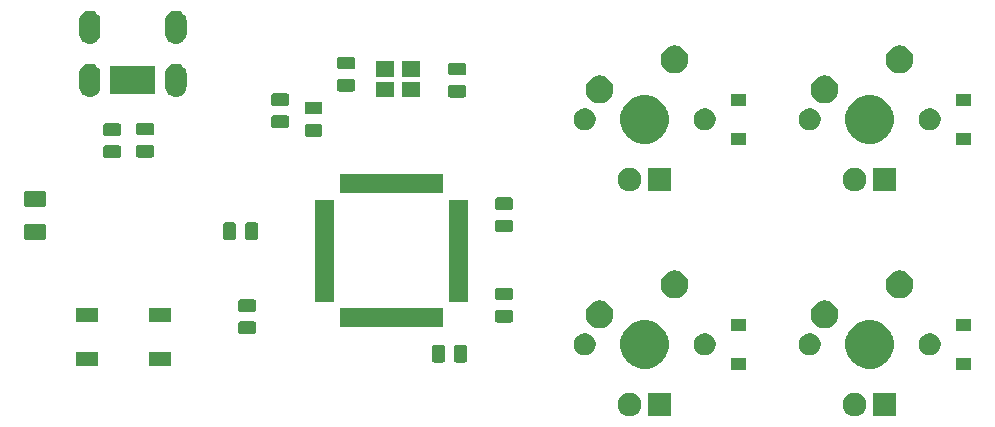
<source format=gbs>
G04 #@! TF.GenerationSoftware,KiCad,Pcbnew,(5.1.4)-1*
G04 #@! TF.CreationDate,2024-07-18T00:41:49-04:00*
G04 #@! TF.ProjectId,ai03-pcb-guide,61693033-2d70-4636-922d-67756964652e,rev?*
G04 #@! TF.SameCoordinates,Original*
G04 #@! TF.FileFunction,Soldermask,Bot*
G04 #@! TF.FilePolarity,Negative*
%FSLAX46Y46*%
G04 Gerber Fmt 4.6, Leading zero omitted, Abs format (unit mm)*
G04 Created by KiCad (PCBNEW (5.1.4)-1) date 2024-07-18 00:41:49*
%MOMM*%
%LPD*%
G04 APERTURE LIST*
%ADD10C,0.100000*%
G04 APERTURE END LIST*
D10*
G36*
X107048500Y-58471000D02*
G01*
X105041500Y-58471000D01*
X105041500Y-56464000D01*
X107048500Y-56464000D01*
X107048500Y-58471000D01*
X107048500Y-58471000D01*
G37*
G36*
X122681425Y-56469488D02*
G01*
X122847710Y-56502563D01*
X123030336Y-56578209D01*
X123194694Y-56688030D01*
X123334470Y-56827806D01*
X123444291Y-56992164D01*
X123519937Y-57174790D01*
X123558500Y-57368664D01*
X123558500Y-57566336D01*
X123519937Y-57760210D01*
X123444291Y-57942836D01*
X123334470Y-58107194D01*
X123194694Y-58246970D01*
X123030336Y-58356791D01*
X122847710Y-58432437D01*
X122681425Y-58465512D01*
X122653837Y-58471000D01*
X122456163Y-58471000D01*
X122428575Y-58465512D01*
X122262290Y-58432437D01*
X122079664Y-58356791D01*
X121915306Y-58246970D01*
X121775530Y-58107194D01*
X121665709Y-57942836D01*
X121590063Y-57760210D01*
X121551500Y-57566336D01*
X121551500Y-57368664D01*
X121590063Y-57174790D01*
X121665709Y-56992164D01*
X121775530Y-56827806D01*
X121915306Y-56688030D01*
X122079664Y-56578209D01*
X122262290Y-56502563D01*
X122428575Y-56469488D01*
X122456163Y-56464000D01*
X122653837Y-56464000D01*
X122681425Y-56469488D01*
X122681425Y-56469488D01*
G37*
G36*
X126098500Y-58471000D02*
G01*
X124091500Y-58471000D01*
X124091500Y-56464000D01*
X126098500Y-56464000D01*
X126098500Y-58471000D01*
X126098500Y-58471000D01*
G37*
G36*
X103631425Y-56469488D02*
G01*
X103797710Y-56502563D01*
X103980336Y-56578209D01*
X104144694Y-56688030D01*
X104284470Y-56827806D01*
X104394291Y-56992164D01*
X104469937Y-57174790D01*
X104508500Y-57368664D01*
X104508500Y-57566336D01*
X104469937Y-57760210D01*
X104394291Y-57942836D01*
X104284470Y-58107194D01*
X104144694Y-58246970D01*
X103980336Y-58356791D01*
X103797710Y-58432437D01*
X103631425Y-58465512D01*
X103603837Y-58471000D01*
X103406163Y-58471000D01*
X103378575Y-58465512D01*
X103212290Y-58432437D01*
X103029664Y-58356791D01*
X102865306Y-58246970D01*
X102725530Y-58107194D01*
X102615709Y-57942836D01*
X102540063Y-57760210D01*
X102501500Y-57566336D01*
X102501500Y-57368664D01*
X102540063Y-57174790D01*
X102615709Y-56992164D01*
X102725530Y-56827806D01*
X102865306Y-56688030D01*
X103029664Y-56578209D01*
X103212290Y-56502563D01*
X103378575Y-56469488D01*
X103406163Y-56464000D01*
X103603837Y-56464000D01*
X103631425Y-56469488D01*
X103631425Y-56469488D01*
G37*
G36*
X132413500Y-54538500D02*
G01*
X131111500Y-54538500D01*
X131111500Y-53536500D01*
X132413500Y-53536500D01*
X132413500Y-54538500D01*
X132413500Y-54538500D01*
G37*
G36*
X113363500Y-54538500D02*
G01*
X112061500Y-54538500D01*
X112061500Y-53536500D01*
X113363500Y-53536500D01*
X113363500Y-54538500D01*
X113363500Y-54538500D01*
G37*
G36*
X124421474Y-50421184D02*
G01*
X124634456Y-50509404D01*
X124793623Y-50575333D01*
X125128548Y-50799123D01*
X125413377Y-51083952D01*
X125637167Y-51418877D01*
X125669562Y-51497086D01*
X125791316Y-51791026D01*
X125869900Y-52186094D01*
X125869900Y-52588906D01*
X125791316Y-52983974D01*
X125740451Y-53106772D01*
X125637167Y-53356123D01*
X125413377Y-53691048D01*
X125128548Y-53975877D01*
X124793623Y-54199667D01*
X124763848Y-54212000D01*
X124421474Y-54353816D01*
X124026406Y-54432400D01*
X123623594Y-54432400D01*
X123228526Y-54353816D01*
X122886152Y-54212000D01*
X122856377Y-54199667D01*
X122521452Y-53975877D01*
X122236623Y-53691048D01*
X122012833Y-53356123D01*
X121909549Y-53106772D01*
X121858684Y-52983974D01*
X121780100Y-52588906D01*
X121780100Y-52186094D01*
X121858684Y-51791026D01*
X121980438Y-51497086D01*
X122012833Y-51418877D01*
X122236623Y-51083952D01*
X122521452Y-50799123D01*
X122856377Y-50575333D01*
X123015544Y-50509404D01*
X123228526Y-50421184D01*
X123623594Y-50342600D01*
X124026406Y-50342600D01*
X124421474Y-50421184D01*
X124421474Y-50421184D01*
G37*
G36*
X105371474Y-50421184D02*
G01*
X105584456Y-50509404D01*
X105743623Y-50575333D01*
X106078548Y-50799123D01*
X106363377Y-51083952D01*
X106587167Y-51418877D01*
X106619562Y-51497086D01*
X106741316Y-51791026D01*
X106819900Y-52186094D01*
X106819900Y-52588906D01*
X106741316Y-52983974D01*
X106690451Y-53106772D01*
X106587167Y-53356123D01*
X106363377Y-53691048D01*
X106078548Y-53975877D01*
X105743623Y-54199667D01*
X105713848Y-54212000D01*
X105371474Y-54353816D01*
X104976406Y-54432400D01*
X104573594Y-54432400D01*
X104178526Y-54353816D01*
X103836152Y-54212000D01*
X103806377Y-54199667D01*
X103471452Y-53975877D01*
X103186623Y-53691048D01*
X102962833Y-53356123D01*
X102859549Y-53106772D01*
X102808684Y-52983974D01*
X102730100Y-52588906D01*
X102730100Y-52186094D01*
X102808684Y-51791026D01*
X102930438Y-51497086D01*
X102962833Y-51418877D01*
X103186623Y-51083952D01*
X103471452Y-50799123D01*
X103806377Y-50575333D01*
X103965544Y-50509404D01*
X104178526Y-50421184D01*
X104573594Y-50342600D01*
X104976406Y-50342600D01*
X105371474Y-50421184D01*
X105371474Y-50421184D01*
G37*
G36*
X58505000Y-54212000D02*
G01*
X56603000Y-54212000D01*
X56603000Y-53010000D01*
X58505000Y-53010000D01*
X58505000Y-54212000D01*
X58505000Y-54212000D01*
G37*
G36*
X64705000Y-54212000D02*
G01*
X62803000Y-54212000D01*
X62803000Y-53010000D01*
X64705000Y-53010000D01*
X64705000Y-54212000D01*
X64705000Y-54212000D01*
G37*
G36*
X89559468Y-52434815D02*
G01*
X89598138Y-52446546D01*
X89633777Y-52465596D01*
X89665017Y-52491233D01*
X89690654Y-52522473D01*
X89709704Y-52558112D01*
X89721435Y-52596782D01*
X89726000Y-52643138D01*
X89726000Y-53719362D01*
X89721435Y-53765718D01*
X89709704Y-53804388D01*
X89690654Y-53840027D01*
X89665017Y-53871267D01*
X89633777Y-53896904D01*
X89598138Y-53915954D01*
X89559468Y-53927685D01*
X89513112Y-53932250D01*
X88861888Y-53932250D01*
X88815532Y-53927685D01*
X88776862Y-53915954D01*
X88741223Y-53896904D01*
X88709983Y-53871267D01*
X88684346Y-53840027D01*
X88665296Y-53804388D01*
X88653565Y-53765718D01*
X88649000Y-53719362D01*
X88649000Y-52643138D01*
X88653565Y-52596782D01*
X88665296Y-52558112D01*
X88684346Y-52522473D01*
X88709983Y-52491233D01*
X88741223Y-52465596D01*
X88776862Y-52446546D01*
X88815532Y-52434815D01*
X88861888Y-52430250D01*
X89513112Y-52430250D01*
X89559468Y-52434815D01*
X89559468Y-52434815D01*
G37*
G36*
X87684468Y-52434815D02*
G01*
X87723138Y-52446546D01*
X87758777Y-52465596D01*
X87790017Y-52491233D01*
X87815654Y-52522473D01*
X87834704Y-52558112D01*
X87846435Y-52596782D01*
X87851000Y-52643138D01*
X87851000Y-53719362D01*
X87846435Y-53765718D01*
X87834704Y-53804388D01*
X87815654Y-53840027D01*
X87790017Y-53871267D01*
X87758777Y-53896904D01*
X87723138Y-53915954D01*
X87684468Y-53927685D01*
X87638112Y-53932250D01*
X86986888Y-53932250D01*
X86940532Y-53927685D01*
X86901862Y-53915954D01*
X86866223Y-53896904D01*
X86834983Y-53871267D01*
X86809346Y-53840027D01*
X86790296Y-53804388D01*
X86778565Y-53765718D01*
X86774000Y-53719362D01*
X86774000Y-52643138D01*
X86778565Y-52596782D01*
X86790296Y-52558112D01*
X86809346Y-52522473D01*
X86834983Y-52491233D01*
X86866223Y-52465596D01*
X86901862Y-52446546D01*
X86940532Y-52434815D01*
X86986888Y-52430250D01*
X87638112Y-52430250D01*
X87684468Y-52434815D01*
X87684468Y-52434815D01*
G37*
G36*
X129175104Y-51497085D02*
G01*
X129343626Y-51566889D01*
X129495291Y-51668228D01*
X129624272Y-51797209D01*
X129725611Y-51948874D01*
X129795415Y-52117396D01*
X129831000Y-52296297D01*
X129831000Y-52478703D01*
X129795415Y-52657604D01*
X129725611Y-52826126D01*
X129624272Y-52977791D01*
X129495291Y-53106772D01*
X129343626Y-53208111D01*
X129175104Y-53277915D01*
X128996203Y-53313500D01*
X128813797Y-53313500D01*
X128634896Y-53277915D01*
X128466374Y-53208111D01*
X128314709Y-53106772D01*
X128185728Y-52977791D01*
X128084389Y-52826126D01*
X128014585Y-52657604D01*
X127979000Y-52478703D01*
X127979000Y-52296297D01*
X128014585Y-52117396D01*
X128084389Y-51948874D01*
X128185728Y-51797209D01*
X128314709Y-51668228D01*
X128466374Y-51566889D01*
X128634896Y-51497085D01*
X128813797Y-51461500D01*
X128996203Y-51461500D01*
X129175104Y-51497085D01*
X129175104Y-51497085D01*
G37*
G36*
X119015104Y-51497085D02*
G01*
X119183626Y-51566889D01*
X119335291Y-51668228D01*
X119464272Y-51797209D01*
X119565611Y-51948874D01*
X119635415Y-52117396D01*
X119671000Y-52296297D01*
X119671000Y-52478703D01*
X119635415Y-52657604D01*
X119565611Y-52826126D01*
X119464272Y-52977791D01*
X119335291Y-53106772D01*
X119183626Y-53208111D01*
X119015104Y-53277915D01*
X118836203Y-53313500D01*
X118653797Y-53313500D01*
X118474896Y-53277915D01*
X118306374Y-53208111D01*
X118154709Y-53106772D01*
X118025728Y-52977791D01*
X117924389Y-52826126D01*
X117854585Y-52657604D01*
X117819000Y-52478703D01*
X117819000Y-52296297D01*
X117854585Y-52117396D01*
X117924389Y-51948874D01*
X118025728Y-51797209D01*
X118154709Y-51668228D01*
X118306374Y-51566889D01*
X118474896Y-51497085D01*
X118653797Y-51461500D01*
X118836203Y-51461500D01*
X119015104Y-51497085D01*
X119015104Y-51497085D01*
G37*
G36*
X110125104Y-51497085D02*
G01*
X110293626Y-51566889D01*
X110445291Y-51668228D01*
X110574272Y-51797209D01*
X110675611Y-51948874D01*
X110745415Y-52117396D01*
X110781000Y-52296297D01*
X110781000Y-52478703D01*
X110745415Y-52657604D01*
X110675611Y-52826126D01*
X110574272Y-52977791D01*
X110445291Y-53106772D01*
X110293626Y-53208111D01*
X110125104Y-53277915D01*
X109946203Y-53313500D01*
X109763797Y-53313500D01*
X109584896Y-53277915D01*
X109416374Y-53208111D01*
X109264709Y-53106772D01*
X109135728Y-52977791D01*
X109034389Y-52826126D01*
X108964585Y-52657604D01*
X108929000Y-52478703D01*
X108929000Y-52296297D01*
X108964585Y-52117396D01*
X109034389Y-51948874D01*
X109135728Y-51797209D01*
X109264709Y-51668228D01*
X109416374Y-51566889D01*
X109584896Y-51497085D01*
X109763797Y-51461500D01*
X109946203Y-51461500D01*
X110125104Y-51497085D01*
X110125104Y-51497085D01*
G37*
G36*
X99965104Y-51497085D02*
G01*
X100133626Y-51566889D01*
X100285291Y-51668228D01*
X100414272Y-51797209D01*
X100515611Y-51948874D01*
X100585415Y-52117396D01*
X100621000Y-52296297D01*
X100621000Y-52478703D01*
X100585415Y-52657604D01*
X100515611Y-52826126D01*
X100414272Y-52977791D01*
X100285291Y-53106772D01*
X100133626Y-53208111D01*
X99965104Y-53277915D01*
X99786203Y-53313500D01*
X99603797Y-53313500D01*
X99424896Y-53277915D01*
X99256374Y-53208111D01*
X99104709Y-53106772D01*
X98975728Y-52977791D01*
X98874389Y-52826126D01*
X98804585Y-52657604D01*
X98769000Y-52478703D01*
X98769000Y-52296297D01*
X98804585Y-52117396D01*
X98874389Y-51948874D01*
X98975728Y-51797209D01*
X99104709Y-51668228D01*
X99256374Y-51566889D01*
X99424896Y-51497085D01*
X99603797Y-51461500D01*
X99786203Y-51461500D01*
X99965104Y-51497085D01*
X99965104Y-51497085D01*
G37*
G36*
X71704468Y-50441565D02*
G01*
X71743138Y-50453296D01*
X71778777Y-50472346D01*
X71810017Y-50497983D01*
X71835654Y-50529223D01*
X71854704Y-50564862D01*
X71866435Y-50603532D01*
X71871000Y-50649888D01*
X71871000Y-51301112D01*
X71866435Y-51347468D01*
X71854704Y-51386138D01*
X71835654Y-51421777D01*
X71810017Y-51453017D01*
X71778777Y-51478654D01*
X71743138Y-51497704D01*
X71704468Y-51509435D01*
X71658112Y-51514000D01*
X70581888Y-51514000D01*
X70535532Y-51509435D01*
X70496862Y-51497704D01*
X70461223Y-51478654D01*
X70429983Y-51453017D01*
X70404346Y-51421777D01*
X70385296Y-51386138D01*
X70373565Y-51347468D01*
X70369000Y-51301112D01*
X70369000Y-50649888D01*
X70373565Y-50603532D01*
X70385296Y-50564862D01*
X70404346Y-50529223D01*
X70429983Y-50497983D01*
X70461223Y-50472346D01*
X70496862Y-50453296D01*
X70535532Y-50441565D01*
X70581888Y-50437000D01*
X71658112Y-50437000D01*
X71704468Y-50441565D01*
X71704468Y-50441565D01*
G37*
G36*
X113363500Y-51238500D02*
G01*
X112061500Y-51238500D01*
X112061500Y-50236500D01*
X113363500Y-50236500D01*
X113363500Y-51238500D01*
X113363500Y-51238500D01*
G37*
G36*
X132413500Y-51238500D02*
G01*
X131111500Y-51238500D01*
X131111500Y-50236500D01*
X132413500Y-50236500D01*
X132413500Y-51238500D01*
X132413500Y-51238500D01*
G37*
G36*
X120181919Y-48681663D02*
G01*
X120358027Y-48716693D01*
X120572045Y-48805342D01*
X120572046Y-48805343D01*
X120764654Y-48934039D01*
X120928461Y-49097846D01*
X121014258Y-49226251D01*
X121057158Y-49290455D01*
X121145807Y-49504473D01*
X121191000Y-49731674D01*
X121191000Y-49963326D01*
X121145807Y-50190527D01*
X121057158Y-50404545D01*
X121021778Y-50457495D01*
X120928461Y-50597154D01*
X120764654Y-50760961D01*
X120707540Y-50799123D01*
X120572045Y-50889658D01*
X120358027Y-50978307D01*
X120206560Y-51008436D01*
X120130827Y-51023500D01*
X119899173Y-51023500D01*
X119823440Y-51008436D01*
X119671973Y-50978307D01*
X119457955Y-50889658D01*
X119322460Y-50799123D01*
X119265346Y-50760961D01*
X119101539Y-50597154D01*
X119008222Y-50457495D01*
X118972842Y-50404545D01*
X118884193Y-50190527D01*
X118839000Y-49963326D01*
X118839000Y-49731674D01*
X118884193Y-49504473D01*
X118972842Y-49290455D01*
X119015742Y-49226251D01*
X119101539Y-49097846D01*
X119265346Y-48934039D01*
X119457954Y-48805343D01*
X119457955Y-48805342D01*
X119671973Y-48716693D01*
X119848081Y-48681663D01*
X119899173Y-48671500D01*
X120130827Y-48671500D01*
X120181919Y-48681663D01*
X120181919Y-48681663D01*
G37*
G36*
X101131919Y-48681663D02*
G01*
X101308027Y-48716693D01*
X101522045Y-48805342D01*
X101522046Y-48805343D01*
X101714654Y-48934039D01*
X101878461Y-49097846D01*
X101964258Y-49226251D01*
X102007158Y-49290455D01*
X102095807Y-49504473D01*
X102141000Y-49731674D01*
X102141000Y-49963326D01*
X102095807Y-50190527D01*
X102007158Y-50404545D01*
X101971778Y-50457495D01*
X101878461Y-50597154D01*
X101714654Y-50760961D01*
X101657540Y-50799123D01*
X101522045Y-50889658D01*
X101308027Y-50978307D01*
X101156560Y-51008436D01*
X101080827Y-51023500D01*
X100849173Y-51023500D01*
X100773440Y-51008436D01*
X100621973Y-50978307D01*
X100407955Y-50889658D01*
X100272460Y-50799123D01*
X100215346Y-50760961D01*
X100051539Y-50597154D01*
X99958222Y-50457495D01*
X99922842Y-50404545D01*
X99834193Y-50190527D01*
X99789000Y-49963326D01*
X99789000Y-49731674D01*
X99834193Y-49504473D01*
X99922842Y-49290455D01*
X99965742Y-49226251D01*
X100051539Y-49097846D01*
X100215346Y-48934039D01*
X100407954Y-48805343D01*
X100407955Y-48805342D01*
X100621973Y-48716693D01*
X100798081Y-48681663D01*
X100849173Y-48671500D01*
X101080827Y-48671500D01*
X101131919Y-48681663D01*
X101131919Y-48681663D01*
G37*
G36*
X87669750Y-50951000D02*
G01*
X79017750Y-50951000D01*
X79017750Y-49349000D01*
X87669750Y-49349000D01*
X87669750Y-50951000D01*
X87669750Y-50951000D01*
G37*
G36*
X93453218Y-49472315D02*
G01*
X93491888Y-49484046D01*
X93527527Y-49503096D01*
X93558767Y-49528733D01*
X93584404Y-49559973D01*
X93603454Y-49595612D01*
X93615185Y-49634282D01*
X93619750Y-49680638D01*
X93619750Y-50331862D01*
X93615185Y-50378218D01*
X93603454Y-50416888D01*
X93584404Y-50452527D01*
X93558767Y-50483767D01*
X93527527Y-50509404D01*
X93491888Y-50528454D01*
X93453218Y-50540185D01*
X93406862Y-50544750D01*
X92330638Y-50544750D01*
X92284282Y-50540185D01*
X92245612Y-50528454D01*
X92209973Y-50509404D01*
X92178733Y-50483767D01*
X92153096Y-50452527D01*
X92134046Y-50416888D01*
X92122315Y-50378218D01*
X92117750Y-50331862D01*
X92117750Y-49680638D01*
X92122315Y-49634282D01*
X92134046Y-49595612D01*
X92153096Y-49559973D01*
X92178733Y-49528733D01*
X92209973Y-49503096D01*
X92245612Y-49484046D01*
X92284282Y-49472315D01*
X92330638Y-49467750D01*
X93406862Y-49467750D01*
X93453218Y-49472315D01*
X93453218Y-49472315D01*
G37*
G36*
X58505000Y-50512000D02*
G01*
X56603000Y-50512000D01*
X56603000Y-49310000D01*
X58505000Y-49310000D01*
X58505000Y-50512000D01*
X58505000Y-50512000D01*
G37*
G36*
X64705000Y-50512000D02*
G01*
X62803000Y-50512000D01*
X62803000Y-49310000D01*
X64705000Y-49310000D01*
X64705000Y-50512000D01*
X64705000Y-50512000D01*
G37*
G36*
X71704468Y-48566565D02*
G01*
X71743138Y-48578296D01*
X71778777Y-48597346D01*
X71810017Y-48622983D01*
X71835654Y-48654223D01*
X71854704Y-48689862D01*
X71866435Y-48728532D01*
X71871000Y-48774888D01*
X71871000Y-49426112D01*
X71866435Y-49472468D01*
X71854704Y-49511138D01*
X71835654Y-49546777D01*
X71810017Y-49578017D01*
X71778777Y-49603654D01*
X71743138Y-49622704D01*
X71704468Y-49634435D01*
X71658112Y-49639000D01*
X70581888Y-49639000D01*
X70535532Y-49634435D01*
X70496862Y-49622704D01*
X70461223Y-49603654D01*
X70429983Y-49578017D01*
X70404346Y-49546777D01*
X70385296Y-49511138D01*
X70373565Y-49472468D01*
X70369000Y-49426112D01*
X70369000Y-48774888D01*
X70373565Y-48728532D01*
X70385296Y-48689862D01*
X70404346Y-48654223D01*
X70429983Y-48622983D01*
X70461223Y-48597346D01*
X70496862Y-48578296D01*
X70535532Y-48566565D01*
X70581888Y-48562000D01*
X71658112Y-48562000D01*
X71704468Y-48566565D01*
X71704468Y-48566565D01*
G37*
G36*
X78444750Y-48776000D02*
G01*
X76842750Y-48776000D01*
X76842750Y-40124000D01*
X78444750Y-40124000D01*
X78444750Y-48776000D01*
X78444750Y-48776000D01*
G37*
G36*
X89844750Y-48776000D02*
G01*
X88242750Y-48776000D01*
X88242750Y-40124000D01*
X89844750Y-40124000D01*
X89844750Y-48776000D01*
X89844750Y-48776000D01*
G37*
G36*
X93453218Y-47597315D02*
G01*
X93491888Y-47609046D01*
X93527527Y-47628096D01*
X93558767Y-47653733D01*
X93584404Y-47684973D01*
X93603454Y-47720612D01*
X93615185Y-47759282D01*
X93619750Y-47805638D01*
X93619750Y-48456862D01*
X93615185Y-48503218D01*
X93603454Y-48541888D01*
X93584404Y-48577527D01*
X93558767Y-48608767D01*
X93527527Y-48634404D01*
X93491888Y-48653454D01*
X93453218Y-48665185D01*
X93406862Y-48669750D01*
X92330638Y-48669750D01*
X92284282Y-48665185D01*
X92245612Y-48653454D01*
X92209973Y-48634404D01*
X92178733Y-48608767D01*
X92153096Y-48577527D01*
X92134046Y-48541888D01*
X92122315Y-48503218D01*
X92117750Y-48456862D01*
X92117750Y-47805638D01*
X92122315Y-47759282D01*
X92134046Y-47720612D01*
X92153096Y-47684973D01*
X92178733Y-47653733D01*
X92209973Y-47628096D01*
X92245612Y-47609046D01*
X92284282Y-47597315D01*
X92330638Y-47592750D01*
X93406862Y-47592750D01*
X93453218Y-47597315D01*
X93453218Y-47597315D01*
G37*
G36*
X126556560Y-46146564D02*
G01*
X126708027Y-46176693D01*
X126922045Y-46265342D01*
X126922046Y-46265343D01*
X127114654Y-46394039D01*
X127278461Y-46557846D01*
X127364258Y-46686251D01*
X127407158Y-46750455D01*
X127495807Y-46964473D01*
X127541000Y-47191674D01*
X127541000Y-47423326D01*
X127495807Y-47650527D01*
X127407158Y-47864545D01*
X127407157Y-47864546D01*
X127278461Y-48057154D01*
X127114654Y-48220961D01*
X126986249Y-48306758D01*
X126922045Y-48349658D01*
X126708027Y-48438307D01*
X126556560Y-48468436D01*
X126480827Y-48483500D01*
X126249173Y-48483500D01*
X126173440Y-48468436D01*
X126021973Y-48438307D01*
X125807955Y-48349658D01*
X125743751Y-48306758D01*
X125615346Y-48220961D01*
X125451539Y-48057154D01*
X125322843Y-47864546D01*
X125322842Y-47864545D01*
X125234193Y-47650527D01*
X125189000Y-47423326D01*
X125189000Y-47191674D01*
X125234193Y-46964473D01*
X125322842Y-46750455D01*
X125365742Y-46686251D01*
X125451539Y-46557846D01*
X125615346Y-46394039D01*
X125807954Y-46265343D01*
X125807955Y-46265342D01*
X126021973Y-46176693D01*
X126173440Y-46146564D01*
X126249173Y-46131500D01*
X126480827Y-46131500D01*
X126556560Y-46146564D01*
X126556560Y-46146564D01*
G37*
G36*
X107506560Y-46146564D02*
G01*
X107658027Y-46176693D01*
X107872045Y-46265342D01*
X107872046Y-46265343D01*
X108064654Y-46394039D01*
X108228461Y-46557846D01*
X108314258Y-46686251D01*
X108357158Y-46750455D01*
X108445807Y-46964473D01*
X108491000Y-47191674D01*
X108491000Y-47423326D01*
X108445807Y-47650527D01*
X108357158Y-47864545D01*
X108357157Y-47864546D01*
X108228461Y-48057154D01*
X108064654Y-48220961D01*
X107936249Y-48306758D01*
X107872045Y-48349658D01*
X107658027Y-48438307D01*
X107506560Y-48468436D01*
X107430827Y-48483500D01*
X107199173Y-48483500D01*
X107123440Y-48468436D01*
X106971973Y-48438307D01*
X106757955Y-48349658D01*
X106693751Y-48306758D01*
X106565346Y-48220961D01*
X106401539Y-48057154D01*
X106272843Y-47864546D01*
X106272842Y-47864545D01*
X106184193Y-47650527D01*
X106139000Y-47423326D01*
X106139000Y-47191674D01*
X106184193Y-46964473D01*
X106272842Y-46750455D01*
X106315742Y-46686251D01*
X106401539Y-46557846D01*
X106565346Y-46394039D01*
X106757954Y-46265343D01*
X106757955Y-46265342D01*
X106971973Y-46176693D01*
X107123440Y-46146564D01*
X107199173Y-46131500D01*
X107430827Y-46131500D01*
X107506560Y-46146564D01*
X107506560Y-46146564D01*
G37*
G36*
X71872968Y-42052565D02*
G01*
X71911638Y-42064296D01*
X71947277Y-42083346D01*
X71978517Y-42108983D01*
X72004154Y-42140223D01*
X72023204Y-42175862D01*
X72034935Y-42214532D01*
X72039500Y-42260888D01*
X72039500Y-43337112D01*
X72034935Y-43383468D01*
X72023204Y-43422138D01*
X72004154Y-43457777D01*
X71978517Y-43489017D01*
X71947277Y-43514654D01*
X71911638Y-43533704D01*
X71872968Y-43545435D01*
X71826612Y-43550000D01*
X71175388Y-43550000D01*
X71129032Y-43545435D01*
X71090362Y-43533704D01*
X71054723Y-43514654D01*
X71023483Y-43489017D01*
X70997846Y-43457777D01*
X70978796Y-43422138D01*
X70967065Y-43383468D01*
X70962500Y-43337112D01*
X70962500Y-42260888D01*
X70967065Y-42214532D01*
X70978796Y-42175862D01*
X70997846Y-42140223D01*
X71023483Y-42108983D01*
X71054723Y-42083346D01*
X71090362Y-42064296D01*
X71129032Y-42052565D01*
X71175388Y-42048000D01*
X71826612Y-42048000D01*
X71872968Y-42052565D01*
X71872968Y-42052565D01*
G37*
G36*
X69997968Y-42052565D02*
G01*
X70036638Y-42064296D01*
X70072277Y-42083346D01*
X70103517Y-42108983D01*
X70129154Y-42140223D01*
X70148204Y-42175862D01*
X70159935Y-42214532D01*
X70164500Y-42260888D01*
X70164500Y-43337112D01*
X70159935Y-43383468D01*
X70148204Y-43422138D01*
X70129154Y-43457777D01*
X70103517Y-43489017D01*
X70072277Y-43514654D01*
X70036638Y-43533704D01*
X69997968Y-43545435D01*
X69951612Y-43550000D01*
X69300388Y-43550000D01*
X69254032Y-43545435D01*
X69215362Y-43533704D01*
X69179723Y-43514654D01*
X69148483Y-43489017D01*
X69122846Y-43457777D01*
X69103796Y-43422138D01*
X69092065Y-43383468D01*
X69087500Y-43337112D01*
X69087500Y-42260888D01*
X69092065Y-42214532D01*
X69103796Y-42175862D01*
X69122846Y-42140223D01*
X69148483Y-42108983D01*
X69179723Y-42083346D01*
X69215362Y-42064296D01*
X69254032Y-42052565D01*
X69300388Y-42048000D01*
X69951612Y-42048000D01*
X69997968Y-42052565D01*
X69997968Y-42052565D01*
G37*
G36*
X53949854Y-42190847D02*
G01*
X53986394Y-42201932D01*
X54020071Y-42219933D01*
X54049591Y-42244159D01*
X54073817Y-42273679D01*
X54091818Y-42307356D01*
X54102903Y-42343896D01*
X54107250Y-42388038D01*
X54107250Y-43336962D01*
X54102903Y-43381104D01*
X54091818Y-43417644D01*
X54073817Y-43451321D01*
X54049591Y-43480841D01*
X54020071Y-43505067D01*
X53986394Y-43523068D01*
X53949854Y-43534153D01*
X53905712Y-43538500D01*
X52456788Y-43538500D01*
X52412646Y-43534153D01*
X52376106Y-43523068D01*
X52342429Y-43505067D01*
X52312909Y-43480841D01*
X52288683Y-43451321D01*
X52270682Y-43417644D01*
X52259597Y-43381104D01*
X52255250Y-43336962D01*
X52255250Y-42388038D01*
X52259597Y-42343896D01*
X52270682Y-42307356D01*
X52288683Y-42273679D01*
X52312909Y-42244159D01*
X52342429Y-42219933D01*
X52376106Y-42201932D01*
X52412646Y-42190847D01*
X52456788Y-42186500D01*
X53905712Y-42186500D01*
X53949854Y-42190847D01*
X53949854Y-42190847D01*
G37*
G36*
X93453218Y-41822315D02*
G01*
X93491888Y-41834046D01*
X93527527Y-41853096D01*
X93558767Y-41878733D01*
X93584404Y-41909973D01*
X93603454Y-41945612D01*
X93615185Y-41984282D01*
X93619750Y-42030638D01*
X93619750Y-42681862D01*
X93615185Y-42728218D01*
X93603454Y-42766888D01*
X93584404Y-42802527D01*
X93558767Y-42833767D01*
X93527527Y-42859404D01*
X93491888Y-42878454D01*
X93453218Y-42890185D01*
X93406862Y-42894750D01*
X92330638Y-42894750D01*
X92284282Y-42890185D01*
X92245612Y-42878454D01*
X92209973Y-42859404D01*
X92178733Y-42833767D01*
X92153096Y-42802527D01*
X92134046Y-42766888D01*
X92122315Y-42728218D01*
X92117750Y-42681862D01*
X92117750Y-42030638D01*
X92122315Y-41984282D01*
X92134046Y-41945612D01*
X92153096Y-41909973D01*
X92178733Y-41878733D01*
X92209973Y-41853096D01*
X92245612Y-41834046D01*
X92284282Y-41822315D01*
X92330638Y-41817750D01*
X93406862Y-41817750D01*
X93453218Y-41822315D01*
X93453218Y-41822315D01*
G37*
G36*
X93453218Y-39947315D02*
G01*
X93491888Y-39959046D01*
X93527527Y-39978096D01*
X93558767Y-40003733D01*
X93584404Y-40034973D01*
X93603454Y-40070612D01*
X93615185Y-40109282D01*
X93619750Y-40155638D01*
X93619750Y-40806862D01*
X93615185Y-40853218D01*
X93603454Y-40891888D01*
X93584404Y-40927527D01*
X93558767Y-40958767D01*
X93527527Y-40984404D01*
X93491888Y-41003454D01*
X93453218Y-41015185D01*
X93406862Y-41019750D01*
X92330638Y-41019750D01*
X92284282Y-41015185D01*
X92245612Y-41003454D01*
X92209973Y-40984404D01*
X92178733Y-40958767D01*
X92153096Y-40927527D01*
X92134046Y-40891888D01*
X92122315Y-40853218D01*
X92117750Y-40806862D01*
X92117750Y-40155638D01*
X92122315Y-40109282D01*
X92134046Y-40070612D01*
X92153096Y-40034973D01*
X92178733Y-40003733D01*
X92209973Y-39978096D01*
X92245612Y-39959046D01*
X92284282Y-39947315D01*
X92330638Y-39942750D01*
X93406862Y-39942750D01*
X93453218Y-39947315D01*
X93453218Y-39947315D01*
G37*
G36*
X53949854Y-39390847D02*
G01*
X53986394Y-39401932D01*
X54020071Y-39419933D01*
X54049591Y-39444159D01*
X54073817Y-39473679D01*
X54091818Y-39507356D01*
X54102903Y-39543896D01*
X54107250Y-39588038D01*
X54107250Y-40536962D01*
X54102903Y-40581104D01*
X54091818Y-40617644D01*
X54073817Y-40651321D01*
X54049591Y-40680841D01*
X54020071Y-40705067D01*
X53986394Y-40723068D01*
X53949854Y-40734153D01*
X53905712Y-40738500D01*
X52456788Y-40738500D01*
X52412646Y-40734153D01*
X52376106Y-40723068D01*
X52342429Y-40705067D01*
X52312909Y-40680841D01*
X52288683Y-40651321D01*
X52270682Y-40617644D01*
X52259597Y-40581104D01*
X52255250Y-40536962D01*
X52255250Y-39588038D01*
X52259597Y-39543896D01*
X52270682Y-39507356D01*
X52288683Y-39473679D01*
X52312909Y-39444159D01*
X52342429Y-39419933D01*
X52376106Y-39401932D01*
X52412646Y-39390847D01*
X52456788Y-39386500D01*
X53905712Y-39386500D01*
X53949854Y-39390847D01*
X53949854Y-39390847D01*
G37*
G36*
X87669750Y-39551000D02*
G01*
X79017750Y-39551000D01*
X79017750Y-37949000D01*
X87669750Y-37949000D01*
X87669750Y-39551000D01*
X87669750Y-39551000D01*
G37*
G36*
X103631425Y-37419488D02*
G01*
X103797710Y-37452563D01*
X103980336Y-37528209D01*
X104144694Y-37638030D01*
X104284470Y-37777806D01*
X104394291Y-37942164D01*
X104469937Y-38124790D01*
X104508500Y-38318664D01*
X104508500Y-38516336D01*
X104469937Y-38710210D01*
X104394291Y-38892836D01*
X104284470Y-39057194D01*
X104144694Y-39196970D01*
X103980336Y-39306791D01*
X103797710Y-39382437D01*
X103631425Y-39415512D01*
X103603837Y-39421000D01*
X103406163Y-39421000D01*
X103378575Y-39415512D01*
X103212290Y-39382437D01*
X103029664Y-39306791D01*
X102865306Y-39196970D01*
X102725530Y-39057194D01*
X102615709Y-38892836D01*
X102540063Y-38710210D01*
X102501500Y-38516336D01*
X102501500Y-38318664D01*
X102540063Y-38124790D01*
X102615709Y-37942164D01*
X102725530Y-37777806D01*
X102865306Y-37638030D01*
X103029664Y-37528209D01*
X103212290Y-37452563D01*
X103378575Y-37419488D01*
X103406163Y-37414000D01*
X103603837Y-37414000D01*
X103631425Y-37419488D01*
X103631425Y-37419488D01*
G37*
G36*
X126098500Y-39421000D02*
G01*
X124091500Y-39421000D01*
X124091500Y-37414000D01*
X126098500Y-37414000D01*
X126098500Y-39421000D01*
X126098500Y-39421000D01*
G37*
G36*
X107048500Y-39421000D02*
G01*
X105041500Y-39421000D01*
X105041500Y-37414000D01*
X107048500Y-37414000D01*
X107048500Y-39421000D01*
X107048500Y-39421000D01*
G37*
G36*
X122681425Y-37419488D02*
G01*
X122847710Y-37452563D01*
X123030336Y-37528209D01*
X123194694Y-37638030D01*
X123334470Y-37777806D01*
X123444291Y-37942164D01*
X123519937Y-38124790D01*
X123558500Y-38318664D01*
X123558500Y-38516336D01*
X123519937Y-38710210D01*
X123444291Y-38892836D01*
X123334470Y-39057194D01*
X123194694Y-39196970D01*
X123030336Y-39306791D01*
X122847710Y-39382437D01*
X122681425Y-39415512D01*
X122653837Y-39421000D01*
X122456163Y-39421000D01*
X122428575Y-39415512D01*
X122262290Y-39382437D01*
X122079664Y-39306791D01*
X121915306Y-39196970D01*
X121775530Y-39057194D01*
X121665709Y-38892836D01*
X121590063Y-38710210D01*
X121551500Y-38516336D01*
X121551500Y-38318664D01*
X121590063Y-38124790D01*
X121665709Y-37942164D01*
X121775530Y-37777806D01*
X121915306Y-37638030D01*
X122079664Y-37528209D01*
X122262290Y-37452563D01*
X122428575Y-37419488D01*
X122456163Y-37414000D01*
X122653837Y-37414000D01*
X122681425Y-37419488D01*
X122681425Y-37419488D01*
G37*
G36*
X60274468Y-35534065D02*
G01*
X60313138Y-35545796D01*
X60348777Y-35564846D01*
X60380017Y-35590483D01*
X60405654Y-35621723D01*
X60424704Y-35657362D01*
X60436435Y-35696032D01*
X60441000Y-35742388D01*
X60441000Y-36393612D01*
X60436435Y-36439968D01*
X60424704Y-36478638D01*
X60405654Y-36514277D01*
X60380017Y-36545517D01*
X60348777Y-36571154D01*
X60313138Y-36590204D01*
X60274468Y-36601935D01*
X60228112Y-36606500D01*
X59151888Y-36606500D01*
X59105532Y-36601935D01*
X59066862Y-36590204D01*
X59031223Y-36571154D01*
X58999983Y-36545517D01*
X58974346Y-36514277D01*
X58955296Y-36478638D01*
X58943565Y-36439968D01*
X58939000Y-36393612D01*
X58939000Y-35742388D01*
X58943565Y-35696032D01*
X58955296Y-35657362D01*
X58974346Y-35621723D01*
X58999983Y-35590483D01*
X59031223Y-35564846D01*
X59066862Y-35545796D01*
X59105532Y-35534065D01*
X59151888Y-35529500D01*
X60228112Y-35529500D01*
X60274468Y-35534065D01*
X60274468Y-35534065D01*
G37*
G36*
X63068468Y-35504065D02*
G01*
X63107138Y-35515796D01*
X63142777Y-35534846D01*
X63174017Y-35560483D01*
X63199654Y-35591723D01*
X63218704Y-35627362D01*
X63230435Y-35666032D01*
X63235000Y-35712388D01*
X63235000Y-36363612D01*
X63230435Y-36409968D01*
X63218704Y-36448638D01*
X63199654Y-36484277D01*
X63174017Y-36515517D01*
X63142777Y-36541154D01*
X63107138Y-36560204D01*
X63068468Y-36571935D01*
X63022112Y-36576500D01*
X61945888Y-36576500D01*
X61899532Y-36571935D01*
X61860862Y-36560204D01*
X61825223Y-36541154D01*
X61793983Y-36515517D01*
X61768346Y-36484277D01*
X61749296Y-36448638D01*
X61737565Y-36409968D01*
X61733000Y-36363612D01*
X61733000Y-35712388D01*
X61737565Y-35666032D01*
X61749296Y-35627362D01*
X61768346Y-35591723D01*
X61793983Y-35560483D01*
X61825223Y-35534846D01*
X61860862Y-35515796D01*
X61899532Y-35504065D01*
X61945888Y-35499500D01*
X63022112Y-35499500D01*
X63068468Y-35504065D01*
X63068468Y-35504065D01*
G37*
G36*
X113363500Y-35488500D02*
G01*
X112061500Y-35488500D01*
X112061500Y-34486500D01*
X113363500Y-34486500D01*
X113363500Y-35488500D01*
X113363500Y-35488500D01*
G37*
G36*
X132413500Y-35488500D02*
G01*
X131111500Y-35488500D01*
X131111500Y-34486500D01*
X132413500Y-34486500D01*
X132413500Y-35488500D01*
X132413500Y-35488500D01*
G37*
G36*
X105371474Y-31371184D02*
G01*
X105588680Y-31461154D01*
X105743623Y-31525333D01*
X106078548Y-31749123D01*
X106363377Y-32033952D01*
X106587167Y-32368877D01*
X106619562Y-32447086D01*
X106741316Y-32741026D01*
X106819900Y-33136094D01*
X106819900Y-33538906D01*
X106741316Y-33933974D01*
X106686422Y-34066500D01*
X106587167Y-34306123D01*
X106363377Y-34641048D01*
X106078548Y-34925877D01*
X105743623Y-35149667D01*
X105589474Y-35213517D01*
X105371474Y-35303816D01*
X104976406Y-35382400D01*
X104573594Y-35382400D01*
X104178526Y-35303816D01*
X103960526Y-35213517D01*
X103806377Y-35149667D01*
X103471452Y-34925877D01*
X103186623Y-34641048D01*
X102962833Y-34306123D01*
X102863578Y-34066500D01*
X102808684Y-33933974D01*
X102730100Y-33538906D01*
X102730100Y-33136094D01*
X102808684Y-32741026D01*
X102930438Y-32447086D01*
X102962833Y-32368877D01*
X103186623Y-32033952D01*
X103471452Y-31749123D01*
X103806377Y-31525333D01*
X103961320Y-31461154D01*
X104178526Y-31371184D01*
X104573594Y-31292600D01*
X104976406Y-31292600D01*
X105371474Y-31371184D01*
X105371474Y-31371184D01*
G37*
G36*
X124421474Y-31371184D02*
G01*
X124638680Y-31461154D01*
X124793623Y-31525333D01*
X125128548Y-31749123D01*
X125413377Y-32033952D01*
X125637167Y-32368877D01*
X125669562Y-32447086D01*
X125791316Y-32741026D01*
X125869900Y-33136094D01*
X125869900Y-33538906D01*
X125791316Y-33933974D01*
X125736422Y-34066500D01*
X125637167Y-34306123D01*
X125413377Y-34641048D01*
X125128548Y-34925877D01*
X124793623Y-35149667D01*
X124639474Y-35213517D01*
X124421474Y-35303816D01*
X124026406Y-35382400D01*
X123623594Y-35382400D01*
X123228526Y-35303816D01*
X123010526Y-35213517D01*
X122856377Y-35149667D01*
X122521452Y-34925877D01*
X122236623Y-34641048D01*
X122012833Y-34306123D01*
X121913578Y-34066500D01*
X121858684Y-33933974D01*
X121780100Y-33538906D01*
X121780100Y-33136094D01*
X121858684Y-32741026D01*
X121980438Y-32447086D01*
X122012833Y-32368877D01*
X122236623Y-32033952D01*
X122521452Y-31749123D01*
X122856377Y-31525333D01*
X123011320Y-31461154D01*
X123228526Y-31371184D01*
X123623594Y-31292600D01*
X124026406Y-31292600D01*
X124421474Y-31371184D01*
X124421474Y-31371184D01*
G37*
G36*
X77324218Y-33726065D02*
G01*
X77362888Y-33737796D01*
X77398527Y-33756846D01*
X77429767Y-33782483D01*
X77455404Y-33813723D01*
X77474454Y-33849362D01*
X77486185Y-33888032D01*
X77490750Y-33934388D01*
X77490750Y-34585612D01*
X77486185Y-34631968D01*
X77474454Y-34670638D01*
X77455404Y-34706277D01*
X77429767Y-34737517D01*
X77398527Y-34763154D01*
X77362888Y-34782204D01*
X77324218Y-34793935D01*
X77277862Y-34798500D01*
X76201638Y-34798500D01*
X76155282Y-34793935D01*
X76116612Y-34782204D01*
X76080973Y-34763154D01*
X76049733Y-34737517D01*
X76024096Y-34706277D01*
X76005046Y-34670638D01*
X75993315Y-34631968D01*
X75988750Y-34585612D01*
X75988750Y-33934388D01*
X75993315Y-33888032D01*
X76005046Y-33849362D01*
X76024096Y-33813723D01*
X76049733Y-33782483D01*
X76080973Y-33756846D01*
X76116612Y-33737796D01*
X76155282Y-33726065D01*
X76201638Y-33721500D01*
X77277862Y-33721500D01*
X77324218Y-33726065D01*
X77324218Y-33726065D01*
G37*
G36*
X60274468Y-33659065D02*
G01*
X60313138Y-33670796D01*
X60348777Y-33689846D01*
X60380017Y-33715483D01*
X60405654Y-33746723D01*
X60424704Y-33782362D01*
X60436435Y-33821032D01*
X60441000Y-33867388D01*
X60441000Y-34518612D01*
X60436435Y-34564968D01*
X60424704Y-34603638D01*
X60405654Y-34639277D01*
X60380017Y-34670517D01*
X60348777Y-34696154D01*
X60313138Y-34715204D01*
X60274468Y-34726935D01*
X60228112Y-34731500D01*
X59151888Y-34731500D01*
X59105532Y-34726935D01*
X59066862Y-34715204D01*
X59031223Y-34696154D01*
X58999983Y-34670517D01*
X58974346Y-34639277D01*
X58955296Y-34603638D01*
X58943565Y-34564968D01*
X58939000Y-34518612D01*
X58939000Y-33867388D01*
X58943565Y-33821032D01*
X58955296Y-33782362D01*
X58974346Y-33746723D01*
X58999983Y-33715483D01*
X59031223Y-33689846D01*
X59066862Y-33670796D01*
X59105532Y-33659065D01*
X59151888Y-33654500D01*
X60228112Y-33654500D01*
X60274468Y-33659065D01*
X60274468Y-33659065D01*
G37*
G36*
X63068468Y-33629065D02*
G01*
X63107138Y-33640796D01*
X63142777Y-33659846D01*
X63174017Y-33685483D01*
X63199654Y-33716723D01*
X63218704Y-33752362D01*
X63230435Y-33791032D01*
X63235000Y-33837388D01*
X63235000Y-34488612D01*
X63230435Y-34534968D01*
X63218704Y-34573638D01*
X63199654Y-34609277D01*
X63174017Y-34640517D01*
X63142777Y-34666154D01*
X63107138Y-34685204D01*
X63068468Y-34696935D01*
X63022112Y-34701500D01*
X61945888Y-34701500D01*
X61899532Y-34696935D01*
X61860862Y-34685204D01*
X61825223Y-34666154D01*
X61793983Y-34640517D01*
X61768346Y-34609277D01*
X61749296Y-34573638D01*
X61737565Y-34534968D01*
X61733000Y-34488612D01*
X61733000Y-33837388D01*
X61737565Y-33791032D01*
X61749296Y-33752362D01*
X61768346Y-33716723D01*
X61793983Y-33685483D01*
X61825223Y-33659846D01*
X61860862Y-33640796D01*
X61899532Y-33629065D01*
X61945888Y-33624500D01*
X63022112Y-33624500D01*
X63068468Y-33629065D01*
X63068468Y-33629065D01*
G37*
G36*
X110125104Y-32447085D02*
G01*
X110293626Y-32516889D01*
X110445291Y-32618228D01*
X110574272Y-32747209D01*
X110675611Y-32898874D01*
X110745415Y-33067396D01*
X110781000Y-33246297D01*
X110781000Y-33428703D01*
X110745415Y-33607604D01*
X110675611Y-33776126D01*
X110574272Y-33927791D01*
X110445291Y-34056772D01*
X110293626Y-34158111D01*
X110125104Y-34227915D01*
X109946203Y-34263500D01*
X109763797Y-34263500D01*
X109584896Y-34227915D01*
X109416374Y-34158111D01*
X109264709Y-34056772D01*
X109135728Y-33927791D01*
X109034389Y-33776126D01*
X108964585Y-33607604D01*
X108929000Y-33428703D01*
X108929000Y-33246297D01*
X108964585Y-33067396D01*
X109034389Y-32898874D01*
X109135728Y-32747209D01*
X109264709Y-32618228D01*
X109416374Y-32516889D01*
X109584896Y-32447085D01*
X109763797Y-32411500D01*
X109946203Y-32411500D01*
X110125104Y-32447085D01*
X110125104Y-32447085D01*
G37*
G36*
X99965104Y-32447085D02*
G01*
X100133626Y-32516889D01*
X100285291Y-32618228D01*
X100414272Y-32747209D01*
X100515611Y-32898874D01*
X100585415Y-33067396D01*
X100621000Y-33246297D01*
X100621000Y-33428703D01*
X100585415Y-33607604D01*
X100515611Y-33776126D01*
X100414272Y-33927791D01*
X100285291Y-34056772D01*
X100133626Y-34158111D01*
X99965104Y-34227915D01*
X99786203Y-34263500D01*
X99603797Y-34263500D01*
X99424896Y-34227915D01*
X99256374Y-34158111D01*
X99104709Y-34056772D01*
X98975728Y-33927791D01*
X98874389Y-33776126D01*
X98804585Y-33607604D01*
X98769000Y-33428703D01*
X98769000Y-33246297D01*
X98804585Y-33067396D01*
X98874389Y-32898874D01*
X98975728Y-32747209D01*
X99104709Y-32618228D01*
X99256374Y-32516889D01*
X99424896Y-32447085D01*
X99603797Y-32411500D01*
X99786203Y-32411500D01*
X99965104Y-32447085D01*
X99965104Y-32447085D01*
G37*
G36*
X119015104Y-32447085D02*
G01*
X119183626Y-32516889D01*
X119335291Y-32618228D01*
X119464272Y-32747209D01*
X119565611Y-32898874D01*
X119635415Y-33067396D01*
X119671000Y-33246297D01*
X119671000Y-33428703D01*
X119635415Y-33607604D01*
X119565611Y-33776126D01*
X119464272Y-33927791D01*
X119335291Y-34056772D01*
X119183626Y-34158111D01*
X119015104Y-34227915D01*
X118836203Y-34263500D01*
X118653797Y-34263500D01*
X118474896Y-34227915D01*
X118306374Y-34158111D01*
X118154709Y-34056772D01*
X118025728Y-33927791D01*
X117924389Y-33776126D01*
X117854585Y-33607604D01*
X117819000Y-33428703D01*
X117819000Y-33246297D01*
X117854585Y-33067396D01*
X117924389Y-32898874D01*
X118025728Y-32747209D01*
X118154709Y-32618228D01*
X118306374Y-32516889D01*
X118474896Y-32447085D01*
X118653797Y-32411500D01*
X118836203Y-32411500D01*
X119015104Y-32447085D01*
X119015104Y-32447085D01*
G37*
G36*
X129175104Y-32447085D02*
G01*
X129343626Y-32516889D01*
X129495291Y-32618228D01*
X129624272Y-32747209D01*
X129725611Y-32898874D01*
X129795415Y-33067396D01*
X129831000Y-33246297D01*
X129831000Y-33428703D01*
X129795415Y-33607604D01*
X129725611Y-33776126D01*
X129624272Y-33927791D01*
X129495291Y-34056772D01*
X129343626Y-34158111D01*
X129175104Y-34227915D01*
X128996203Y-34263500D01*
X128813797Y-34263500D01*
X128634896Y-34227915D01*
X128466374Y-34158111D01*
X128314709Y-34056772D01*
X128185728Y-33927791D01*
X128084389Y-33776126D01*
X128014585Y-33607604D01*
X127979000Y-33428703D01*
X127979000Y-33246297D01*
X128014585Y-33067396D01*
X128084389Y-32898874D01*
X128185728Y-32747209D01*
X128314709Y-32618228D01*
X128466374Y-32516889D01*
X128634896Y-32447085D01*
X128813797Y-32411500D01*
X128996203Y-32411500D01*
X129175104Y-32447085D01*
X129175104Y-32447085D01*
G37*
G36*
X74498468Y-32994065D02*
G01*
X74537138Y-33005796D01*
X74572777Y-33024846D01*
X74604017Y-33050483D01*
X74629654Y-33081723D01*
X74648704Y-33117362D01*
X74660435Y-33156032D01*
X74665000Y-33202388D01*
X74665000Y-33853612D01*
X74660435Y-33899968D01*
X74648704Y-33938638D01*
X74629654Y-33974277D01*
X74604017Y-34005517D01*
X74572777Y-34031154D01*
X74537138Y-34050204D01*
X74498468Y-34061935D01*
X74452112Y-34066500D01*
X73375888Y-34066500D01*
X73329532Y-34061935D01*
X73290862Y-34050204D01*
X73255223Y-34031154D01*
X73223983Y-34005517D01*
X73198346Y-33974277D01*
X73179296Y-33938638D01*
X73167565Y-33899968D01*
X73163000Y-33853612D01*
X73163000Y-33202388D01*
X73167565Y-33156032D01*
X73179296Y-33117362D01*
X73198346Y-33081723D01*
X73223983Y-33050483D01*
X73255223Y-33024846D01*
X73290862Y-33005796D01*
X73329532Y-32994065D01*
X73375888Y-32989500D01*
X74452112Y-32989500D01*
X74498468Y-32994065D01*
X74498468Y-32994065D01*
G37*
G36*
X77324218Y-31851065D02*
G01*
X77362888Y-31862796D01*
X77398527Y-31881846D01*
X77429767Y-31907483D01*
X77455404Y-31938723D01*
X77474454Y-31974362D01*
X77486185Y-32013032D01*
X77490750Y-32059388D01*
X77490750Y-32710612D01*
X77486185Y-32756968D01*
X77474454Y-32795638D01*
X77455404Y-32831277D01*
X77429767Y-32862517D01*
X77398527Y-32888154D01*
X77362888Y-32907204D01*
X77324218Y-32918935D01*
X77277862Y-32923500D01*
X76201638Y-32923500D01*
X76155282Y-32918935D01*
X76116612Y-32907204D01*
X76080973Y-32888154D01*
X76049733Y-32862517D01*
X76024096Y-32831277D01*
X76005046Y-32795638D01*
X75993315Y-32756968D01*
X75988750Y-32710612D01*
X75988750Y-32059388D01*
X75993315Y-32013032D01*
X76005046Y-31974362D01*
X76024096Y-31938723D01*
X76049733Y-31907483D01*
X76080973Y-31881846D01*
X76116612Y-31862796D01*
X76155282Y-31851065D01*
X76201638Y-31846500D01*
X77277862Y-31846500D01*
X77324218Y-31851065D01*
X77324218Y-31851065D01*
G37*
G36*
X74498468Y-31119065D02*
G01*
X74537138Y-31130796D01*
X74572777Y-31149846D01*
X74604017Y-31175483D01*
X74629654Y-31206723D01*
X74648704Y-31242362D01*
X74660435Y-31281032D01*
X74665000Y-31327388D01*
X74665000Y-31978612D01*
X74660435Y-32024968D01*
X74648704Y-32063638D01*
X74629654Y-32099277D01*
X74604017Y-32130517D01*
X74572777Y-32156154D01*
X74537138Y-32175204D01*
X74498468Y-32186935D01*
X74452112Y-32191500D01*
X73375888Y-32191500D01*
X73329532Y-32186935D01*
X73290862Y-32175204D01*
X73255223Y-32156154D01*
X73223983Y-32130517D01*
X73198346Y-32099277D01*
X73179296Y-32063638D01*
X73167565Y-32024968D01*
X73163000Y-31978612D01*
X73163000Y-31327388D01*
X73167565Y-31281032D01*
X73179296Y-31242362D01*
X73198346Y-31206723D01*
X73223983Y-31175483D01*
X73255223Y-31149846D01*
X73290862Y-31130796D01*
X73329532Y-31119065D01*
X73375888Y-31114500D01*
X74452112Y-31114500D01*
X74498468Y-31119065D01*
X74498468Y-31119065D01*
G37*
G36*
X113363500Y-32188500D02*
G01*
X112061500Y-32188500D01*
X112061500Y-31186500D01*
X113363500Y-31186500D01*
X113363500Y-32188500D01*
X113363500Y-32188500D01*
G37*
G36*
X132413500Y-32188500D02*
G01*
X131111500Y-32188500D01*
X131111500Y-31186500D01*
X132413500Y-31186500D01*
X132413500Y-32188500D01*
X132413500Y-32188500D01*
G37*
G36*
X120206560Y-29636564D02*
G01*
X120358027Y-29666693D01*
X120572045Y-29755342D01*
X120572046Y-29755343D01*
X120764654Y-29884039D01*
X120928461Y-30047846D01*
X121014258Y-30176251D01*
X121057158Y-30240455D01*
X121145807Y-30454473D01*
X121162653Y-30539163D01*
X121191000Y-30681673D01*
X121191000Y-30913327D01*
X121177076Y-30983326D01*
X121145807Y-31140527D01*
X121057158Y-31354545D01*
X121047741Y-31368638D01*
X120928461Y-31547154D01*
X120764654Y-31710961D01*
X120707540Y-31749123D01*
X120572045Y-31839658D01*
X120358027Y-31928307D01*
X120206560Y-31958436D01*
X120130827Y-31973500D01*
X119899173Y-31973500D01*
X119823440Y-31958436D01*
X119671973Y-31928307D01*
X119457955Y-31839658D01*
X119322460Y-31749123D01*
X119265346Y-31710961D01*
X119101539Y-31547154D01*
X118982259Y-31368638D01*
X118972842Y-31354545D01*
X118884193Y-31140527D01*
X118852924Y-30983326D01*
X118839000Y-30913327D01*
X118839000Y-30681673D01*
X118867347Y-30539163D01*
X118884193Y-30454473D01*
X118972842Y-30240455D01*
X119015742Y-30176251D01*
X119101539Y-30047846D01*
X119265346Y-29884039D01*
X119457954Y-29755343D01*
X119457955Y-29755342D01*
X119671973Y-29666693D01*
X119823440Y-29636564D01*
X119899173Y-29621500D01*
X120130827Y-29621500D01*
X120206560Y-29636564D01*
X120206560Y-29636564D01*
G37*
G36*
X101156560Y-29636564D02*
G01*
X101308027Y-29666693D01*
X101522045Y-29755342D01*
X101522046Y-29755343D01*
X101714654Y-29884039D01*
X101878461Y-30047846D01*
X101964258Y-30176251D01*
X102007158Y-30240455D01*
X102095807Y-30454473D01*
X102112653Y-30539163D01*
X102141000Y-30681673D01*
X102141000Y-30913327D01*
X102127076Y-30983326D01*
X102095807Y-31140527D01*
X102007158Y-31354545D01*
X101997741Y-31368638D01*
X101878461Y-31547154D01*
X101714654Y-31710961D01*
X101657540Y-31749123D01*
X101522045Y-31839658D01*
X101308027Y-31928307D01*
X101156560Y-31958436D01*
X101080827Y-31973500D01*
X100849173Y-31973500D01*
X100773440Y-31958436D01*
X100621973Y-31928307D01*
X100407955Y-31839658D01*
X100272460Y-31749123D01*
X100215346Y-31710961D01*
X100051539Y-31547154D01*
X99932259Y-31368638D01*
X99922842Y-31354545D01*
X99834193Y-31140527D01*
X99802924Y-30983326D01*
X99789000Y-30913327D01*
X99789000Y-30681673D01*
X99817347Y-30539163D01*
X99834193Y-30454473D01*
X99922842Y-30240455D01*
X99965742Y-30176251D01*
X100051539Y-30047846D01*
X100215346Y-29884039D01*
X100407954Y-29755343D01*
X100407955Y-29755342D01*
X100621973Y-29666693D01*
X100773440Y-29636564D01*
X100849173Y-29621500D01*
X101080827Y-29621500D01*
X101156560Y-29636564D01*
X101156560Y-29636564D01*
G37*
G36*
X89484468Y-30424065D02*
G01*
X89523138Y-30435796D01*
X89558777Y-30454846D01*
X89590017Y-30480483D01*
X89615654Y-30511723D01*
X89634704Y-30547362D01*
X89646435Y-30586032D01*
X89651000Y-30632388D01*
X89651000Y-31283612D01*
X89646435Y-31329968D01*
X89634704Y-31368638D01*
X89615654Y-31404277D01*
X89590017Y-31435517D01*
X89558777Y-31461154D01*
X89523138Y-31480204D01*
X89484468Y-31491935D01*
X89438112Y-31496500D01*
X88361888Y-31496500D01*
X88315532Y-31491935D01*
X88276862Y-31480204D01*
X88241223Y-31461154D01*
X88209983Y-31435517D01*
X88184346Y-31404277D01*
X88165296Y-31368638D01*
X88153565Y-31329968D01*
X88149000Y-31283612D01*
X88149000Y-30632388D01*
X88153565Y-30586032D01*
X88165296Y-30547362D01*
X88184346Y-30511723D01*
X88209983Y-30480483D01*
X88241223Y-30454846D01*
X88276862Y-30435796D01*
X88315532Y-30424065D01*
X88361888Y-30419500D01*
X89438112Y-30419500D01*
X89484468Y-30424065D01*
X89484468Y-30424065D01*
G37*
G36*
X85755000Y-31434000D02*
G01*
X84253000Y-31434000D01*
X84253000Y-30132000D01*
X85755000Y-30132000D01*
X85755000Y-31434000D01*
X85755000Y-31434000D01*
G37*
G36*
X83555000Y-31434000D02*
G01*
X82053000Y-31434000D01*
X82053000Y-30132000D01*
X83555000Y-30132000D01*
X83555000Y-31434000D01*
X83555000Y-31434000D01*
G37*
G36*
X65264127Y-28639037D02*
G01*
X65433966Y-28690557D01*
X65590491Y-28774222D01*
X65626229Y-28803552D01*
X65727686Y-28886814D01*
X65808788Y-28985638D01*
X65840278Y-29024009D01*
X65923943Y-29180534D01*
X65975463Y-29350373D01*
X65975463Y-29350375D01*
X65988500Y-29482740D01*
X65988500Y-30571260D01*
X65987045Y-30586032D01*
X65975463Y-30703627D01*
X65923943Y-30873466D01*
X65840278Y-31029991D01*
X65810948Y-31065729D01*
X65727686Y-31167186D01*
X65590489Y-31279779D01*
X65494246Y-31331222D01*
X65433965Y-31363443D01*
X65264126Y-31414963D01*
X65087500Y-31432359D01*
X64910873Y-31414963D01*
X64741034Y-31363443D01*
X64584509Y-31279778D01*
X64528927Y-31234163D01*
X64447314Y-31167186D01*
X64334721Y-31029989D01*
X64251058Y-30873467D01*
X64251057Y-30873465D01*
X64199537Y-30703626D01*
X64186500Y-30571257D01*
X64186501Y-29482742D01*
X64199538Y-29350373D01*
X64251058Y-29180534D01*
X64334723Y-29024009D01*
X64366213Y-28985638D01*
X64447315Y-28886814D01*
X64548772Y-28803552D01*
X64584510Y-28774222D01*
X64741035Y-28690557D01*
X64910874Y-28639037D01*
X65087500Y-28621641D01*
X65264127Y-28639037D01*
X65264127Y-28639037D01*
G37*
G36*
X57964127Y-28639037D02*
G01*
X58133966Y-28690557D01*
X58290491Y-28774222D01*
X58326229Y-28803552D01*
X58427686Y-28886814D01*
X58508788Y-28985638D01*
X58540278Y-29024009D01*
X58623943Y-29180534D01*
X58675463Y-29350373D01*
X58675463Y-29350375D01*
X58688500Y-29482740D01*
X58688500Y-30571260D01*
X58687045Y-30586032D01*
X58675463Y-30703627D01*
X58623943Y-30873466D01*
X58540278Y-31029991D01*
X58510948Y-31065729D01*
X58427686Y-31167186D01*
X58290489Y-31279779D01*
X58194246Y-31331222D01*
X58133965Y-31363443D01*
X57964126Y-31414963D01*
X57787500Y-31432359D01*
X57610873Y-31414963D01*
X57441034Y-31363443D01*
X57284509Y-31279778D01*
X57228927Y-31234163D01*
X57147314Y-31167186D01*
X57034721Y-31029989D01*
X56951058Y-30873467D01*
X56951057Y-30873465D01*
X56899537Y-30703626D01*
X56886500Y-30571257D01*
X56886501Y-29482742D01*
X56899538Y-29350373D01*
X56951058Y-29180534D01*
X57034723Y-29024009D01*
X57066213Y-28985638D01*
X57147315Y-28886814D01*
X57248772Y-28803552D01*
X57284510Y-28774222D01*
X57441035Y-28690557D01*
X57610874Y-28639037D01*
X57787500Y-28621641D01*
X57964127Y-28639037D01*
X57964127Y-28639037D01*
G37*
G36*
X63338500Y-31203000D02*
G01*
X59536500Y-31203000D01*
X59536500Y-28851000D01*
X63338500Y-28851000D01*
X63338500Y-31203000D01*
X63338500Y-31203000D01*
G37*
G36*
X80086468Y-29916065D02*
G01*
X80125138Y-29927796D01*
X80160777Y-29946846D01*
X80192017Y-29972483D01*
X80217654Y-30003723D01*
X80236704Y-30039362D01*
X80248435Y-30078032D01*
X80253000Y-30124388D01*
X80253000Y-30775612D01*
X80248435Y-30821968D01*
X80236704Y-30860638D01*
X80217654Y-30896277D01*
X80192017Y-30927517D01*
X80160777Y-30953154D01*
X80125138Y-30972204D01*
X80086468Y-30983935D01*
X80040112Y-30988500D01*
X78963888Y-30988500D01*
X78917532Y-30983935D01*
X78878862Y-30972204D01*
X78843223Y-30953154D01*
X78811983Y-30927517D01*
X78786346Y-30896277D01*
X78767296Y-30860638D01*
X78755565Y-30821968D01*
X78751000Y-30775612D01*
X78751000Y-30124388D01*
X78755565Y-30078032D01*
X78767296Y-30039362D01*
X78786346Y-30003723D01*
X78811983Y-29972483D01*
X78843223Y-29946846D01*
X78878862Y-29927796D01*
X78917532Y-29916065D01*
X78963888Y-29911500D01*
X80040112Y-29911500D01*
X80086468Y-29916065D01*
X80086468Y-29916065D01*
G37*
G36*
X85755000Y-29734000D02*
G01*
X84253000Y-29734000D01*
X84253000Y-28432000D01*
X85755000Y-28432000D01*
X85755000Y-29734000D01*
X85755000Y-29734000D01*
G37*
G36*
X83555000Y-29734000D02*
G01*
X82053000Y-29734000D01*
X82053000Y-28432000D01*
X83555000Y-28432000D01*
X83555000Y-29734000D01*
X83555000Y-29734000D01*
G37*
G36*
X89484468Y-28549065D02*
G01*
X89523138Y-28560796D01*
X89558777Y-28579846D01*
X89590017Y-28605483D01*
X89615654Y-28636723D01*
X89634704Y-28672362D01*
X89646435Y-28711032D01*
X89651000Y-28757388D01*
X89651000Y-29408612D01*
X89646435Y-29454968D01*
X89634704Y-29493638D01*
X89615654Y-29529277D01*
X89590017Y-29560517D01*
X89558777Y-29586154D01*
X89523138Y-29605204D01*
X89484468Y-29616935D01*
X89438112Y-29621500D01*
X88361888Y-29621500D01*
X88315532Y-29616935D01*
X88276862Y-29605204D01*
X88241223Y-29586154D01*
X88209983Y-29560517D01*
X88184346Y-29529277D01*
X88165296Y-29493638D01*
X88153565Y-29454968D01*
X88149000Y-29408612D01*
X88149000Y-28757388D01*
X88153565Y-28711032D01*
X88165296Y-28672362D01*
X88184346Y-28636723D01*
X88209983Y-28605483D01*
X88241223Y-28579846D01*
X88276862Y-28560796D01*
X88315532Y-28549065D01*
X88361888Y-28544500D01*
X89438112Y-28544500D01*
X89484468Y-28549065D01*
X89484468Y-28549065D01*
G37*
G36*
X126556560Y-27096564D02*
G01*
X126708027Y-27126693D01*
X126922045Y-27215342D01*
X126922046Y-27215343D01*
X127114654Y-27344039D01*
X127278461Y-27507846D01*
X127364258Y-27636251D01*
X127407158Y-27700455D01*
X127495807Y-27914473D01*
X127541000Y-28141674D01*
X127541000Y-28373326D01*
X127495807Y-28600527D01*
X127407158Y-28814545D01*
X127407157Y-28814546D01*
X127278461Y-29007154D01*
X127114654Y-29170961D01*
X126986249Y-29256758D01*
X126922045Y-29299658D01*
X126708027Y-29388307D01*
X126556560Y-29418436D01*
X126480827Y-29433500D01*
X126249173Y-29433500D01*
X126173440Y-29418436D01*
X126021973Y-29388307D01*
X125807955Y-29299658D01*
X125743751Y-29256758D01*
X125615346Y-29170961D01*
X125451539Y-29007154D01*
X125322843Y-28814546D01*
X125322842Y-28814545D01*
X125234193Y-28600527D01*
X125189000Y-28373326D01*
X125189000Y-28141674D01*
X125234193Y-27914473D01*
X125322842Y-27700455D01*
X125365742Y-27636251D01*
X125451539Y-27507846D01*
X125615346Y-27344039D01*
X125807954Y-27215343D01*
X125807955Y-27215342D01*
X126021973Y-27126693D01*
X126173440Y-27096564D01*
X126249173Y-27081500D01*
X126480827Y-27081500D01*
X126556560Y-27096564D01*
X126556560Y-27096564D01*
G37*
G36*
X107506560Y-27096564D02*
G01*
X107658027Y-27126693D01*
X107872045Y-27215342D01*
X107872046Y-27215343D01*
X108064654Y-27344039D01*
X108228461Y-27507846D01*
X108314258Y-27636251D01*
X108357158Y-27700455D01*
X108445807Y-27914473D01*
X108491000Y-28141674D01*
X108491000Y-28373326D01*
X108445807Y-28600527D01*
X108357158Y-28814545D01*
X108357157Y-28814546D01*
X108228461Y-29007154D01*
X108064654Y-29170961D01*
X107936249Y-29256758D01*
X107872045Y-29299658D01*
X107658027Y-29388307D01*
X107506560Y-29418436D01*
X107430827Y-29433500D01*
X107199173Y-29433500D01*
X107123440Y-29418436D01*
X106971973Y-29388307D01*
X106757955Y-29299658D01*
X106693751Y-29256758D01*
X106565346Y-29170961D01*
X106401539Y-29007154D01*
X106272843Y-28814546D01*
X106272842Y-28814545D01*
X106184193Y-28600527D01*
X106139000Y-28373326D01*
X106139000Y-28141674D01*
X106184193Y-27914473D01*
X106272842Y-27700455D01*
X106315742Y-27636251D01*
X106401539Y-27507846D01*
X106565346Y-27344039D01*
X106757954Y-27215343D01*
X106757955Y-27215342D01*
X106971973Y-27126693D01*
X107123440Y-27096564D01*
X107199173Y-27081500D01*
X107430827Y-27081500D01*
X107506560Y-27096564D01*
X107506560Y-27096564D01*
G37*
G36*
X80086468Y-28041065D02*
G01*
X80125138Y-28052796D01*
X80160777Y-28071846D01*
X80192017Y-28097483D01*
X80217654Y-28128723D01*
X80236704Y-28164362D01*
X80248435Y-28203032D01*
X80253000Y-28249388D01*
X80253000Y-28900612D01*
X80248435Y-28946968D01*
X80236704Y-28985638D01*
X80217654Y-29021277D01*
X80192017Y-29052517D01*
X80160777Y-29078154D01*
X80125138Y-29097204D01*
X80086468Y-29108935D01*
X80040112Y-29113500D01*
X78963888Y-29113500D01*
X78917532Y-29108935D01*
X78878862Y-29097204D01*
X78843223Y-29078154D01*
X78811983Y-29052517D01*
X78786346Y-29021277D01*
X78767296Y-28985638D01*
X78755565Y-28946968D01*
X78751000Y-28900612D01*
X78751000Y-28249388D01*
X78755565Y-28203032D01*
X78767296Y-28164362D01*
X78786346Y-28128723D01*
X78811983Y-28097483D01*
X78843223Y-28071846D01*
X78878862Y-28052796D01*
X78917532Y-28041065D01*
X78963888Y-28036500D01*
X80040112Y-28036500D01*
X80086468Y-28041065D01*
X80086468Y-28041065D01*
G37*
G36*
X57964127Y-24139037D02*
G01*
X58133966Y-24190557D01*
X58290491Y-24274222D01*
X58326229Y-24303552D01*
X58427686Y-24386814D01*
X58510948Y-24488271D01*
X58540278Y-24524009D01*
X58623943Y-24680534D01*
X58675463Y-24850373D01*
X58688500Y-24982742D01*
X58688500Y-26071258D01*
X58675463Y-26203627D01*
X58623943Y-26373466D01*
X58540278Y-26529991D01*
X58510948Y-26565729D01*
X58427686Y-26667186D01*
X58290489Y-26779779D01*
X58133967Y-26863442D01*
X58133965Y-26863443D01*
X57964126Y-26914963D01*
X57787500Y-26932359D01*
X57610873Y-26914963D01*
X57441034Y-26863443D01*
X57284509Y-26779778D01*
X57248771Y-26750448D01*
X57147314Y-26667186D01*
X57034721Y-26529989D01*
X56951058Y-26373467D01*
X56951057Y-26373465D01*
X56899537Y-26203626D01*
X56886500Y-26071257D01*
X56886501Y-24982742D01*
X56899538Y-24850373D01*
X56951058Y-24680534D01*
X57034723Y-24524009D01*
X57064053Y-24488271D01*
X57147315Y-24386814D01*
X57248772Y-24303552D01*
X57284510Y-24274222D01*
X57441035Y-24190557D01*
X57610874Y-24139037D01*
X57787500Y-24121641D01*
X57964127Y-24139037D01*
X57964127Y-24139037D01*
G37*
G36*
X65264127Y-24139037D02*
G01*
X65433966Y-24190557D01*
X65590491Y-24274222D01*
X65626229Y-24303552D01*
X65727686Y-24386814D01*
X65810948Y-24488271D01*
X65840278Y-24524009D01*
X65923943Y-24680534D01*
X65975463Y-24850373D01*
X65988500Y-24982742D01*
X65988500Y-26071258D01*
X65975463Y-26203627D01*
X65923943Y-26373466D01*
X65840278Y-26529991D01*
X65810948Y-26565729D01*
X65727686Y-26667186D01*
X65590489Y-26779779D01*
X65433967Y-26863442D01*
X65433965Y-26863443D01*
X65264126Y-26914963D01*
X65087500Y-26932359D01*
X64910873Y-26914963D01*
X64741034Y-26863443D01*
X64584509Y-26779778D01*
X64548771Y-26750448D01*
X64447314Y-26667186D01*
X64334721Y-26529989D01*
X64251058Y-26373467D01*
X64251057Y-26373465D01*
X64199537Y-26203626D01*
X64186500Y-26071257D01*
X64186501Y-24982742D01*
X64199538Y-24850373D01*
X64251058Y-24680534D01*
X64334723Y-24524009D01*
X64364053Y-24488271D01*
X64447315Y-24386814D01*
X64548772Y-24303552D01*
X64584510Y-24274222D01*
X64741035Y-24190557D01*
X64910874Y-24139037D01*
X65087500Y-24121641D01*
X65264127Y-24139037D01*
X65264127Y-24139037D01*
G37*
M02*

</source>
